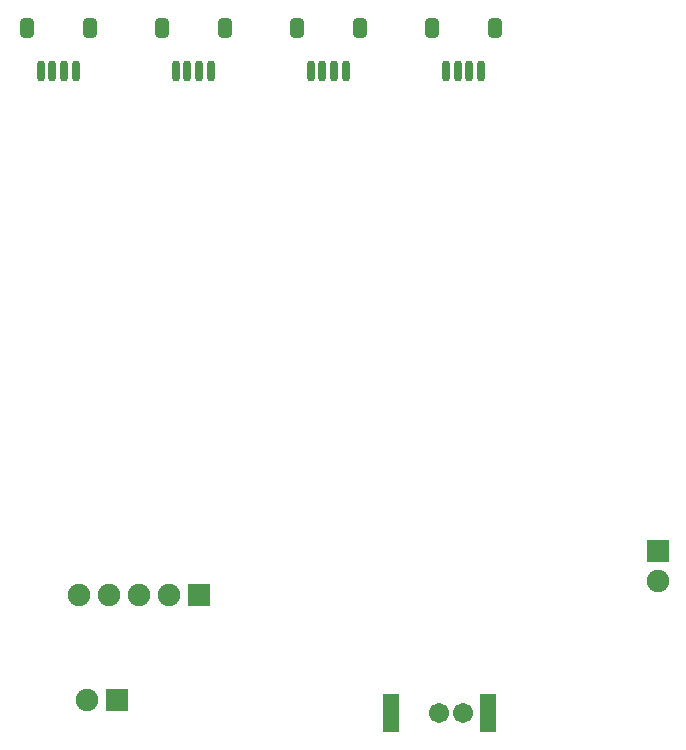
<source format=gbs>
G04*
G04 #@! TF.GenerationSoftware,Altium Limited,Altium Designer,18.1.9 (240)*
G04*
G04 Layer_Color=16711935*
%FSLAX25Y25*%
%MOIN*%
G70*
G01*
G75*
%ADD27R,0.07493X0.07493*%
%ADD28C,0.07493*%
%ADD29R,0.07493X0.07493*%
%ADD30C,0.06706*%
%ADD31R,0.05524X0.12611*%
G04:AMPARAMS|DCode=43|XSize=47.37mil|YSize=67.06mil|CornerRadius=13.84mil|HoleSize=0mil|Usage=FLASHONLY|Rotation=180.000|XOffset=0mil|YOffset=0mil|HoleType=Round|Shape=RoundedRectangle|*
%AMROUNDEDRECTD43*
21,1,0.04737,0.03937,0,0,180.0*
21,1,0.01968,0.06706,0,0,180.0*
1,1,0.02769,-0.00984,0.01968*
1,1,0.02769,0.00984,0.01968*
1,1,0.02769,0.00984,-0.01968*
1,1,0.02769,-0.00984,-0.01968*
%
%ADD43ROUNDEDRECTD43*%
G04:AMPARAMS|DCode=44|XSize=23.75mil|YSize=67.06mil|CornerRadius=7.94mil|HoleSize=0mil|Usage=FLASHONLY|Rotation=0.000|XOffset=0mil|YOffset=0mil|HoleType=Round|Shape=RoundedRectangle|*
%AMROUNDEDRECTD44*
21,1,0.02375,0.05118,0,0,0.0*
21,1,0.00787,0.06706,0,0,0.0*
1,1,0.01587,0.00394,-0.02559*
1,1,0.01587,-0.00394,-0.02559*
1,1,0.01587,-0.00394,0.02559*
1,1,0.01587,0.00394,0.02559*
%
%ADD44ROUNDEDRECTD44*%
D27*
X273500Y-154000D02*
D03*
D28*
Y-164000D02*
D03*
X83000Y-203500D02*
D03*
X80500Y-168676D02*
D03*
X90500D02*
D03*
X100500D02*
D03*
X110500D02*
D03*
D29*
X93000Y-203500D02*
D03*
X120500Y-168676D02*
D03*
D30*
X208374Y-208000D02*
D03*
X200500Y-208000D02*
D03*
D31*
X216641Y-208000D02*
D03*
X184358D02*
D03*
D43*
X219063Y20500D02*
D03*
X198126Y20500D02*
D03*
X174042Y20500D02*
D03*
X153105Y20500D02*
D03*
X84000D02*
D03*
X63063Y20500D02*
D03*
X129021Y20500D02*
D03*
X108084Y20500D02*
D03*
D44*
X214500Y6000D02*
D03*
X210563D02*
D03*
X206626D02*
D03*
X202689D02*
D03*
X169479D02*
D03*
X165542D02*
D03*
X161605D02*
D03*
X157668D02*
D03*
X79437D02*
D03*
X75500D02*
D03*
X71563D02*
D03*
X67626D02*
D03*
X124458D02*
D03*
X120521D02*
D03*
X116584D02*
D03*
X112647D02*
D03*
M02*

</source>
